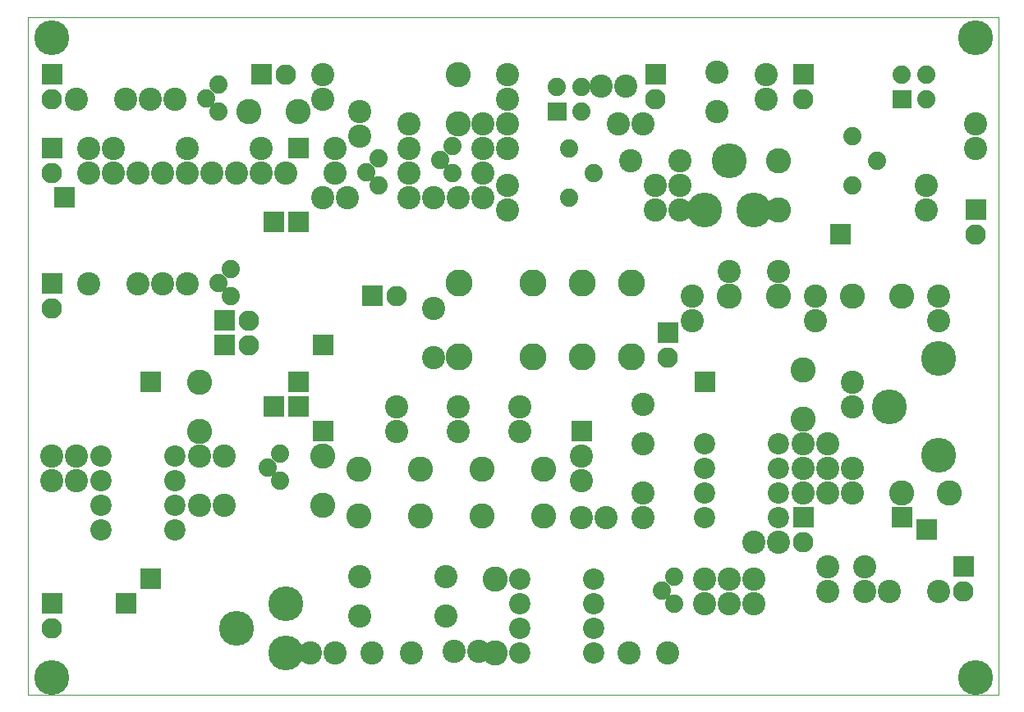
<source format=gbr>
%FSLAX34Y34*%
%MOMM*%
%LNSOLDERMASK_BOTTOM*%
G71*
G01*
%ADD10C, 0.00*%
%ADD11C, 2.12*%
%ADD12C, 2.40*%
%ADD13C, 1.88*%
%ADD14C, 2.60*%
%ADD15C, 1.88*%
%ADD16C, 3.60*%
%ADD17C, 2.20*%
%ADD18C, 2.80*%
%ADD19C, 3.60*%
%ADD20C, 3.60*%
%LPD*%
G54D10*
X-50000Y1050000D02*
X950000Y1050000D01*
X950000Y350000D01*
X-50000Y350000D01*
X-50000Y1050000D01*
G36*
X-14800Y1001200D02*
X-14800Y980000D01*
X-36000Y980000D01*
X-36000Y1001200D01*
X-14800Y1001200D01*
G37*
X-25400Y965200D02*
G54D11*
D03*
X76200Y965200D02*
G54D12*
D03*
X101600Y965200D02*
G54D12*
D03*
X50800Y965200D02*
G54D12*
D03*
X0Y965200D02*
G54D12*
D03*
X145766Y952171D02*
G54D13*
D03*
X133066Y966171D02*
G54D13*
D03*
X145766Y980171D02*
G54D13*
D03*
G36*
X179900Y1001200D02*
X201100Y1001200D01*
X201100Y980000D01*
X179900Y980000D01*
X179900Y1001200D01*
G37*
X215900Y990600D02*
G54D11*
D03*
X177800Y952500D02*
G54D14*
D03*
X228600Y952500D02*
G54D14*
D03*
X254000Y990600D02*
G54D12*
D03*
X254000Y965200D02*
G54D12*
D03*
X310866Y875971D02*
G54D13*
D03*
X298166Y889971D02*
G54D13*
D03*
X310866Y903971D02*
G54D13*
D03*
G36*
X-14800Y925000D02*
X-14800Y903800D01*
X-36000Y903800D01*
X-36000Y925000D01*
X-14800Y925000D01*
G37*
X-25400Y889000D02*
G54D11*
D03*
X12700Y914400D02*
G54D12*
D03*
X12700Y889000D02*
G54D12*
D03*
X38100Y914400D02*
G54D12*
D03*
X38100Y889000D02*
G54D12*
D03*
X63500Y889000D02*
G54D12*
D03*
X88900Y889000D02*
G54D12*
D03*
X114300Y914400D02*
G54D12*
D03*
X114300Y889000D02*
G54D12*
D03*
X139700Y889000D02*
G54D12*
D03*
X165100Y889000D02*
G54D12*
D03*
X190500Y914400D02*
G54D12*
D03*
X190500Y889000D02*
G54D12*
D03*
X266700Y914400D02*
G54D12*
D03*
X266700Y889000D02*
G54D12*
D03*
X292100Y952500D02*
G54D12*
D03*
X292100Y927100D02*
G54D12*
D03*
X342900Y863600D02*
G54D12*
D03*
X342900Y889000D02*
G54D12*
D03*
X387066Y888671D02*
G54D13*
D03*
X374366Y902671D02*
G54D13*
D03*
X387066Y916671D02*
G54D13*
D03*
X342900Y939800D02*
G54D12*
D03*
X342900Y914400D02*
G54D12*
D03*
X254000Y863600D02*
G54D12*
D03*
X279400Y863600D02*
G54D12*
D03*
X393700Y990600D02*
G54D14*
D03*
X393700Y939800D02*
G54D14*
D03*
X368300Y863600D02*
G54D12*
D03*
X393700Y863600D02*
G54D12*
D03*
X419100Y939800D02*
G54D12*
D03*
X419100Y914400D02*
G54D12*
D03*
X419100Y889000D02*
G54D12*
D03*
X419100Y863600D02*
G54D12*
D03*
X444500Y939800D02*
G54D12*
D03*
X444500Y914400D02*
G54D12*
D03*
X508000Y863600D02*
G54D13*
D03*
X533400Y889000D02*
G54D13*
D03*
X508000Y914400D02*
G54D13*
D03*
X444500Y876300D02*
G54D12*
D03*
X444500Y850900D02*
G54D12*
D03*
G36*
X485900Y961900D02*
X504700Y961900D01*
X504700Y943100D01*
X485900Y943100D01*
X485900Y961900D01*
G37*
X495300Y977900D02*
G54D15*
D03*
X520700Y952500D02*
G54D15*
D03*
X520700Y977900D02*
G54D15*
D03*
X444500Y990600D02*
G54D12*
D03*
X444500Y965200D02*
G54D12*
D03*
X584200Y939800D02*
G54D12*
D03*
X558800Y939800D02*
G54D12*
D03*
X622300Y901700D02*
G54D12*
D03*
X571500Y901700D02*
G54D12*
D03*
X596900Y876300D02*
G54D12*
D03*
X596900Y850900D02*
G54D12*
D03*
X622300Y876300D02*
G54D12*
D03*
X622300Y850900D02*
G54D12*
D03*
X647700Y850900D02*
G54D16*
D03*
X698500Y850900D02*
G54D16*
D03*
X673100Y901700D02*
G54D16*
D03*
X660400Y952500D02*
G54D12*
D03*
X660400Y992500D02*
G54D12*
D03*
X566178Y978299D02*
G54D12*
D03*
X540778Y978299D02*
G54D12*
D03*
G36*
X607500Y1001200D02*
X607500Y980000D01*
X586300Y980000D01*
X586300Y1001200D01*
X607500Y1001200D01*
G37*
X596900Y965200D02*
G54D11*
D03*
X711200Y990600D02*
G54D12*
D03*
X711200Y965200D02*
G54D12*
D03*
X800100Y876300D02*
G54D13*
D03*
X825500Y901700D02*
G54D13*
D03*
X800100Y927100D02*
G54D13*
D03*
X723900Y901700D02*
G54D14*
D03*
X723900Y850900D02*
G54D14*
D03*
G36*
X759900Y1001200D02*
X759900Y980000D01*
X738700Y980000D01*
X738700Y1001200D01*
X759900Y1001200D01*
G37*
X749300Y965200D02*
G54D11*
D03*
G36*
X841500Y974600D02*
X860300Y974600D01*
X860300Y955800D01*
X841500Y955800D01*
X841500Y974600D01*
G37*
X850900Y990600D02*
G54D15*
D03*
X876300Y965200D02*
G54D15*
D03*
X876300Y990600D02*
G54D15*
D03*
X927100Y914400D02*
G54D12*
D03*
X927100Y939800D02*
G54D12*
D03*
X876300Y876300D02*
G54D12*
D03*
X876300Y850900D02*
G54D12*
D03*
X25400Y596900D02*
G54D17*
D03*
X25400Y571500D02*
G54D17*
D03*
X25400Y546100D02*
G54D17*
D03*
X25400Y520700D02*
G54D17*
D03*
X101600Y596900D02*
G54D17*
D03*
X101600Y571500D02*
G54D17*
D03*
X101600Y546100D02*
G54D17*
D03*
X101600Y520700D02*
G54D17*
D03*
X647700Y609600D02*
G54D17*
D03*
X647700Y584200D02*
G54D17*
D03*
X647700Y558800D02*
G54D17*
D03*
X647700Y533400D02*
G54D17*
D03*
X723900Y609600D02*
G54D17*
D03*
X723900Y584200D02*
G54D17*
D03*
X723900Y558800D02*
G54D17*
D03*
X723900Y533400D02*
G54D17*
D03*
X291250Y583350D02*
G54D14*
D03*
X291250Y534950D02*
G54D14*
D03*
X394085Y698735D02*
G54D18*
D03*
X394085Y774935D02*
G54D18*
D03*
X470285Y698735D02*
G54D18*
D03*
X521085Y698735D02*
G54D18*
D03*
X571885Y698735D02*
G54D18*
D03*
X470285Y774935D02*
G54D18*
D03*
X521085Y774935D02*
G54D18*
D03*
X571885Y774935D02*
G54D18*
D03*
G36*
X937700Y861500D02*
X937700Y840300D01*
X916500Y840300D01*
X916500Y861500D01*
X937700Y861500D01*
G37*
X927100Y825500D02*
G54D11*
D03*
X889000Y736600D02*
G54D12*
D03*
X889000Y762000D02*
G54D12*
D03*
X850900Y762000D02*
G54D14*
D03*
X800100Y762000D02*
G54D14*
D03*
X762000Y736600D02*
G54D12*
D03*
X762000Y762000D02*
G54D12*
D03*
X723900Y762000D02*
G54D14*
D03*
X673100Y762000D02*
G54D14*
D03*
X635000Y736600D02*
G54D12*
D03*
X635000Y762000D02*
G54D12*
D03*
G36*
X-14800Y785300D02*
X-14800Y764100D01*
X-36000Y764100D01*
X-36000Y785300D01*
X-14800Y785300D01*
G37*
X-25400Y749300D02*
G54D11*
D03*
X63500Y774700D02*
G54D12*
D03*
X12700Y774700D02*
G54D12*
D03*
X88900Y774700D02*
G54D12*
D03*
X114300Y774700D02*
G54D12*
D03*
X158466Y761671D02*
G54D13*
D03*
X145766Y775671D02*
G54D13*
D03*
X158466Y789671D02*
G54D13*
D03*
X368300Y698500D02*
G54D12*
D03*
X368300Y749300D02*
G54D12*
D03*
G36*
X620200Y734500D02*
X620200Y713300D01*
X599000Y713300D01*
X599000Y734500D01*
X620200Y734500D01*
G37*
X609600Y698500D02*
G54D11*
D03*
X354750Y583350D02*
G54D14*
D03*
X354750Y534950D02*
G54D14*
D03*
X418250Y583350D02*
G54D14*
D03*
X418250Y534950D02*
G54D14*
D03*
X481750Y583350D02*
G54D14*
D03*
X481750Y534950D02*
G54D14*
D03*
X330200Y622300D02*
G54D12*
D03*
X330200Y647700D02*
G54D12*
D03*
X393700Y622300D02*
G54D12*
D03*
X393700Y647700D02*
G54D12*
D03*
X457200Y622300D02*
G54D12*
D03*
X457200Y647700D02*
G54D12*
D03*
X209266Y571171D02*
G54D13*
D03*
X196566Y585171D02*
G54D13*
D03*
X209266Y599171D02*
G54D13*
D03*
X520700Y571500D02*
G54D12*
D03*
X520700Y596900D02*
G54D12*
D03*
X546100Y533400D02*
G54D12*
D03*
X520700Y533400D02*
G54D12*
D03*
X0Y596900D02*
G54D12*
D03*
X-25400Y596900D02*
G54D12*
D03*
X0Y571500D02*
G54D12*
D03*
X-25400Y571500D02*
G54D12*
D03*
X152400Y546100D02*
G54D12*
D03*
X127000Y546100D02*
G54D12*
D03*
X152400Y596900D02*
G54D12*
D03*
X127000Y596900D02*
G54D12*
D03*
X584200Y558800D02*
G54D12*
D03*
X584200Y533400D02*
G54D12*
D03*
X584200Y649600D02*
G54D12*
D03*
X584200Y609600D02*
G54D12*
D03*
G36*
X243400Y632900D02*
X264600Y632900D01*
X264600Y611700D01*
X243400Y611700D01*
X243400Y632900D01*
G37*
G36*
X192600Y848800D02*
X213800Y848800D01*
X213800Y827600D01*
X192600Y827600D01*
X192600Y848800D01*
G37*
G36*
X192600Y658300D02*
X213800Y658300D01*
X213800Y637100D01*
X192600Y637100D01*
X192600Y658300D01*
G37*
G36*
X218000Y925000D02*
X239200Y925000D01*
X239200Y903800D01*
X218000Y903800D01*
X218000Y925000D01*
G37*
G36*
X218000Y848800D02*
X239200Y848800D01*
X239200Y827600D01*
X218000Y827600D01*
X218000Y848800D01*
G37*
G36*
X218000Y683700D02*
X239200Y683700D01*
X239200Y662500D01*
X218000Y662500D01*
X218000Y683700D01*
G37*
G36*
X218000Y658300D02*
X239200Y658300D01*
X239200Y637100D01*
X218000Y637100D01*
X218000Y658300D01*
G37*
X215900Y889000D02*
G54D12*
D03*
X266700Y889000D02*
G54D12*
D03*
X749300Y558800D02*
G54D12*
D03*
X749300Y584200D02*
G54D12*
D03*
X774700Y609600D02*
G54D12*
D03*
X749300Y609600D02*
G54D12*
D03*
X800100Y584200D02*
G54D12*
D03*
X774700Y584200D02*
G54D12*
D03*
X800100Y558800D02*
G54D12*
D03*
X774700Y558800D02*
G54D12*
D03*
X850900Y558800D02*
G54D14*
D03*
X899300Y558800D02*
G54D14*
D03*
X838200Y647700D02*
G54D19*
D03*
X888200Y697700D02*
G54D19*
D03*
X888200Y597700D02*
G54D19*
D03*
X800100Y647700D02*
G54D12*
D03*
X800100Y673100D02*
G54D12*
D03*
G36*
X637100Y683700D02*
X658300Y683700D01*
X658300Y662500D01*
X637100Y662500D01*
X637100Y683700D01*
G37*
G36*
X294200Y772600D02*
X315400Y772600D01*
X315400Y751400D01*
X294200Y751400D01*
X294200Y772600D01*
G37*
X330200Y762000D02*
G54D11*
D03*
G36*
X510100Y632900D02*
X531300Y632900D01*
X531300Y611700D01*
X510100Y611700D01*
X510100Y632900D01*
G37*
X698500Y469900D02*
G54D12*
D03*
X673100Y469900D02*
G54D12*
D03*
X698500Y444500D02*
G54D12*
D03*
X673100Y444500D02*
G54D12*
D03*
X647700Y469900D02*
G54D12*
D03*
X647700Y444500D02*
G54D12*
D03*
X615666Y444171D02*
G54D13*
D03*
X602966Y458171D02*
G54D13*
D03*
X615666Y472171D02*
G54D13*
D03*
G36*
X925000Y493200D02*
X925000Y472000D01*
X903800Y472000D01*
X903800Y493200D01*
X925000Y493200D01*
G37*
X914400Y457200D02*
G54D11*
D03*
X838200Y457200D02*
G54D12*
D03*
X889000Y457200D02*
G54D12*
D03*
X812800Y457200D02*
G54D12*
D03*
X812800Y482600D02*
G54D12*
D03*
X774700Y482600D02*
G54D12*
D03*
X774700Y457200D02*
G54D12*
D03*
X533251Y393690D02*
G54D17*
D03*
X533251Y419090D02*
G54D17*
D03*
X533251Y444491D02*
G54D17*
D03*
X533251Y469890D02*
G54D17*
D03*
X457051Y393690D02*
G54D17*
D03*
X457051Y419090D02*
G54D17*
D03*
X457051Y444491D02*
G54D17*
D03*
X457051Y469890D02*
G54D17*
D03*
X388726Y395177D02*
G54D12*
D03*
X414126Y395177D02*
G54D12*
D03*
X381000Y471800D02*
G54D12*
D03*
X381000Y431800D02*
G54D12*
D03*
X431800Y469900D02*
G54D14*
D03*
X431800Y393700D02*
G54D14*
D03*
X292100Y471800D02*
G54D12*
D03*
X292100Y431800D02*
G54D12*
D03*
G36*
X65600Y480500D02*
X86800Y480500D01*
X86800Y459300D01*
X65600Y459300D01*
X65600Y480500D01*
G37*
G36*
X65600Y683700D02*
X86800Y683700D01*
X86800Y662500D01*
X65600Y662500D01*
X65600Y683700D01*
G37*
X304800Y393700D02*
G54D12*
D03*
X344800Y393700D02*
G54D12*
D03*
X215900Y393700D02*
G54D16*
D03*
X215900Y444500D02*
G54D16*
D03*
X165100Y419100D02*
G54D16*
D03*
G36*
X-14800Y455100D02*
X-14800Y433900D01*
X-36000Y433900D01*
X-36000Y455100D01*
X-14800Y455100D01*
G37*
X-25400Y419100D02*
G54D11*
D03*
X266700Y393700D02*
G54D12*
D03*
X241300Y393700D02*
G54D12*
D03*
G36*
X759900Y544000D02*
X759900Y522800D01*
X738700Y522800D01*
X738700Y544000D01*
X759900Y544000D01*
G37*
X749300Y508000D02*
G54D11*
D03*
X723900Y508000D02*
G54D12*
D03*
X698500Y508000D02*
G54D12*
D03*
G36*
X40200Y455100D02*
X61400Y455100D01*
X61400Y433900D01*
X40200Y433900D01*
X40200Y455100D01*
G37*
X-25400Y1028700D02*
G54D12*
D03*
X927100Y1028700D02*
G54D12*
D03*
X927100Y368300D02*
G54D12*
D03*
X-25400Y368300D02*
G54D12*
D03*
X-25400Y1028700D02*
G54D12*
D03*
X-25400Y1028700D02*
G54D12*
D03*
X-25400Y1028700D02*
G54D12*
D03*
X927100Y1028700D02*
G54D12*
D03*
X927100Y368300D02*
G54D12*
D03*
X-25400Y368300D02*
G54D12*
D03*
X-25400Y1028700D02*
G54D12*
D03*
X-25400Y1028700D02*
G54D20*
D03*
X927100Y1028700D02*
G54D20*
D03*
X927100Y368300D02*
G54D20*
D03*
X-25400Y368300D02*
G54D20*
D03*
X673100Y787400D02*
G54D12*
D03*
X723900Y787400D02*
G54D12*
D03*
X569600Y393700D02*
G54D12*
D03*
X609600Y393700D02*
G54D12*
D03*
G36*
X-23300Y874200D02*
X-2100Y874200D01*
X-2100Y853000D01*
X-23300Y853000D01*
X-23300Y874200D01*
G37*
X749300Y635000D02*
G54D14*
D03*
X749300Y685800D02*
G54D14*
D03*
X127000Y622300D02*
G54D14*
D03*
X127000Y673100D02*
G54D14*
D03*
X254000Y546100D02*
G54D14*
D03*
X254000Y596900D02*
G54D14*
D03*
G36*
X243400Y721800D02*
X264600Y721800D01*
X264600Y700600D01*
X243400Y700600D01*
X243400Y721800D01*
G37*
G36*
X776800Y836100D02*
X798000Y836100D01*
X798000Y814900D01*
X776800Y814900D01*
X776800Y836100D01*
G37*
G36*
X141800Y721800D02*
X163000Y721800D01*
X163000Y700600D01*
X141800Y700600D01*
X141800Y721800D01*
G37*
X177800Y711200D02*
G54D11*
D03*
G36*
X141800Y747200D02*
X163000Y747200D01*
X163000Y726000D01*
X141800Y726000D01*
X141800Y747200D01*
G37*
X177800Y736600D02*
G54D11*
D03*
G36*
X776800Y836100D02*
X798000Y836100D01*
X798000Y814900D01*
X776800Y814900D01*
X776800Y836100D01*
G37*
G36*
X916500Y861500D02*
X937700Y861500D01*
X937700Y840300D01*
X916500Y840300D01*
X916500Y861500D01*
G37*
G36*
X865700Y531300D02*
X886900Y531300D01*
X886900Y510100D01*
X865700Y510100D01*
X865700Y531300D01*
G37*
G36*
X840300Y544000D02*
X861500Y544000D01*
X861500Y522800D01*
X840300Y522800D01*
X840300Y544000D01*
G37*
M02*

</source>
